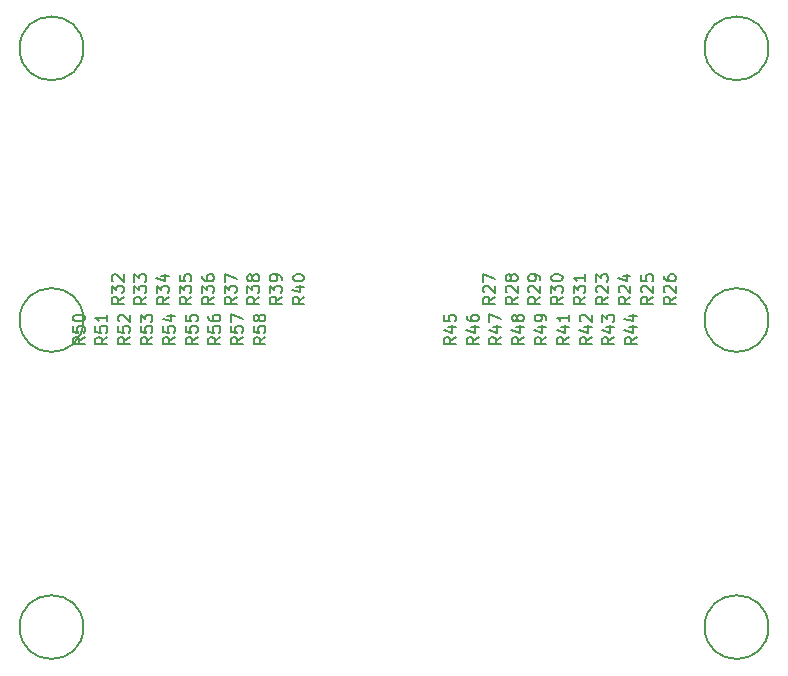
<source format=gbr>
%TF.GenerationSoftware,KiCad,Pcbnew,(6.0.5-0)*%
%TF.CreationDate,2023-01-22T17:25:31-06:00*%
%TF.ProjectId,piscsi,70697363-7369-42e6-9b69-6361645f7063,rev?*%
%TF.SameCoordinates,PX59d60c0PY325aa00*%
%TF.FileFunction,Other,Comment*%
%FSLAX46Y46*%
G04 Gerber Fmt 4.6, Leading zero omitted, Abs format (unit mm)*
G04 Created by KiCad (PCBNEW (6.0.5-0)) date 2023-01-22 17:25:31*
%MOMM*%
%LPD*%
G01*
G04 APERTURE LIST*
%ADD10C,0.150000*%
G04 APERTURE END LIST*
D10*
%TO.C,R31*%
X128992380Y-14242857D02*
X128516190Y-14576190D01*
X128992380Y-14814285D02*
X127992380Y-14814285D01*
X127992380Y-14433333D01*
X128040000Y-14338095D01*
X128087619Y-14290476D01*
X128182857Y-14242857D01*
X128325714Y-14242857D01*
X128420952Y-14290476D01*
X128468571Y-14338095D01*
X128516190Y-14433333D01*
X128516190Y-14814285D01*
X127992380Y-13909523D02*
X127992380Y-13290476D01*
X128373333Y-13623809D01*
X128373333Y-13480952D01*
X128420952Y-13385714D01*
X128468571Y-13338095D01*
X128563809Y-13290476D01*
X128801904Y-13290476D01*
X128897142Y-13338095D01*
X128944761Y-13385714D01*
X128992380Y-13480952D01*
X128992380Y-13766666D01*
X128944761Y-13861904D01*
X128897142Y-13909523D01*
X128992380Y-12338095D02*
X128992380Y-12909523D01*
X128992380Y-12623809D02*
X127992380Y-12623809D01*
X128135238Y-12719047D01*
X128230476Y-12814285D01*
X128278095Y-12909523D01*
%TO.C,R23*%
X130904880Y-14242857D02*
X130428690Y-14576190D01*
X130904880Y-14814285D02*
X129904880Y-14814285D01*
X129904880Y-14433333D01*
X129952500Y-14338095D01*
X130000119Y-14290476D01*
X130095357Y-14242857D01*
X130238214Y-14242857D01*
X130333452Y-14290476D01*
X130381071Y-14338095D01*
X130428690Y-14433333D01*
X130428690Y-14814285D01*
X130000119Y-13861904D02*
X129952500Y-13814285D01*
X129904880Y-13719047D01*
X129904880Y-13480952D01*
X129952500Y-13385714D01*
X130000119Y-13338095D01*
X130095357Y-13290476D01*
X130190595Y-13290476D01*
X130333452Y-13338095D01*
X130904880Y-13909523D01*
X130904880Y-13290476D01*
X129904880Y-12957142D02*
X129904880Y-12338095D01*
X130285833Y-12671428D01*
X130285833Y-12528571D01*
X130333452Y-12433333D01*
X130381071Y-12385714D01*
X130476309Y-12338095D01*
X130714404Y-12338095D01*
X130809642Y-12385714D01*
X130857261Y-12433333D01*
X130904880Y-12528571D01*
X130904880Y-12814285D01*
X130857261Y-12909523D01*
X130809642Y-12957142D01*
%TO.C,R24*%
X132817380Y-14242857D02*
X132341190Y-14576190D01*
X132817380Y-14814285D02*
X131817380Y-14814285D01*
X131817380Y-14433333D01*
X131865000Y-14338095D01*
X131912619Y-14290476D01*
X132007857Y-14242857D01*
X132150714Y-14242857D01*
X132245952Y-14290476D01*
X132293571Y-14338095D01*
X132341190Y-14433333D01*
X132341190Y-14814285D01*
X131912619Y-13861904D02*
X131865000Y-13814285D01*
X131817380Y-13719047D01*
X131817380Y-13480952D01*
X131865000Y-13385714D01*
X131912619Y-13338095D01*
X132007857Y-13290476D01*
X132103095Y-13290476D01*
X132245952Y-13338095D01*
X132817380Y-13909523D01*
X132817380Y-13290476D01*
X132150714Y-12433333D02*
X132817380Y-12433333D01*
X131769761Y-12671428D02*
X132484047Y-12909523D01*
X132484047Y-12290476D01*
%TO.C,R25*%
X134729880Y-14242857D02*
X134253690Y-14576190D01*
X134729880Y-14814285D02*
X133729880Y-14814285D01*
X133729880Y-14433333D01*
X133777500Y-14338095D01*
X133825119Y-14290476D01*
X133920357Y-14242857D01*
X134063214Y-14242857D01*
X134158452Y-14290476D01*
X134206071Y-14338095D01*
X134253690Y-14433333D01*
X134253690Y-14814285D01*
X133825119Y-13861904D02*
X133777500Y-13814285D01*
X133729880Y-13719047D01*
X133729880Y-13480952D01*
X133777500Y-13385714D01*
X133825119Y-13338095D01*
X133920357Y-13290476D01*
X134015595Y-13290476D01*
X134158452Y-13338095D01*
X134729880Y-13909523D01*
X134729880Y-13290476D01*
X133729880Y-12385714D02*
X133729880Y-12861904D01*
X134206071Y-12909523D01*
X134158452Y-12861904D01*
X134110833Y-12766666D01*
X134110833Y-12528571D01*
X134158452Y-12433333D01*
X134206071Y-12385714D01*
X134301309Y-12338095D01*
X134539404Y-12338095D01*
X134634642Y-12385714D01*
X134682261Y-12433333D01*
X134729880Y-12528571D01*
X134729880Y-12766666D01*
X134682261Y-12861904D01*
X134634642Y-12909523D01*
%TO.C,R26*%
X136642380Y-14242857D02*
X136166190Y-14576190D01*
X136642380Y-14814285D02*
X135642380Y-14814285D01*
X135642380Y-14433333D01*
X135690000Y-14338095D01*
X135737619Y-14290476D01*
X135832857Y-14242857D01*
X135975714Y-14242857D01*
X136070952Y-14290476D01*
X136118571Y-14338095D01*
X136166190Y-14433333D01*
X136166190Y-14814285D01*
X135737619Y-13861904D02*
X135690000Y-13814285D01*
X135642380Y-13719047D01*
X135642380Y-13480952D01*
X135690000Y-13385714D01*
X135737619Y-13338095D01*
X135832857Y-13290476D01*
X135928095Y-13290476D01*
X136070952Y-13338095D01*
X136642380Y-13909523D01*
X136642380Y-13290476D01*
X135642380Y-12433333D02*
X135642380Y-12623809D01*
X135690000Y-12719047D01*
X135737619Y-12766666D01*
X135880476Y-12861904D01*
X136070952Y-12909523D01*
X136451904Y-12909523D01*
X136547142Y-12861904D01*
X136594761Y-12814285D01*
X136642380Y-12719047D01*
X136642380Y-12528571D01*
X136594761Y-12433333D01*
X136547142Y-12385714D01*
X136451904Y-12338095D01*
X136213809Y-12338095D01*
X136118571Y-12385714D01*
X136070952Y-12433333D01*
X136023333Y-12528571D01*
X136023333Y-12719047D01*
X136070952Y-12814285D01*
X136118571Y-12861904D01*
X136213809Y-12909523D01*
%TO.C,R27*%
X121342380Y-14242857D02*
X120866190Y-14576190D01*
X121342380Y-14814285D02*
X120342380Y-14814285D01*
X120342380Y-14433333D01*
X120390000Y-14338095D01*
X120437619Y-14290476D01*
X120532857Y-14242857D01*
X120675714Y-14242857D01*
X120770952Y-14290476D01*
X120818571Y-14338095D01*
X120866190Y-14433333D01*
X120866190Y-14814285D01*
X120437619Y-13861904D02*
X120390000Y-13814285D01*
X120342380Y-13719047D01*
X120342380Y-13480952D01*
X120390000Y-13385714D01*
X120437619Y-13338095D01*
X120532857Y-13290476D01*
X120628095Y-13290476D01*
X120770952Y-13338095D01*
X121342380Y-13909523D01*
X121342380Y-13290476D01*
X120342380Y-12957142D02*
X120342380Y-12290476D01*
X121342380Y-12719047D01*
%TO.C,R28*%
X123254880Y-14242857D02*
X122778690Y-14576190D01*
X123254880Y-14814285D02*
X122254880Y-14814285D01*
X122254880Y-14433333D01*
X122302500Y-14338095D01*
X122350119Y-14290476D01*
X122445357Y-14242857D01*
X122588214Y-14242857D01*
X122683452Y-14290476D01*
X122731071Y-14338095D01*
X122778690Y-14433333D01*
X122778690Y-14814285D01*
X122350119Y-13861904D02*
X122302500Y-13814285D01*
X122254880Y-13719047D01*
X122254880Y-13480952D01*
X122302500Y-13385714D01*
X122350119Y-13338095D01*
X122445357Y-13290476D01*
X122540595Y-13290476D01*
X122683452Y-13338095D01*
X123254880Y-13909523D01*
X123254880Y-13290476D01*
X122683452Y-12719047D02*
X122635833Y-12814285D01*
X122588214Y-12861904D01*
X122492976Y-12909523D01*
X122445357Y-12909523D01*
X122350119Y-12861904D01*
X122302500Y-12814285D01*
X122254880Y-12719047D01*
X122254880Y-12528571D01*
X122302500Y-12433333D01*
X122350119Y-12385714D01*
X122445357Y-12338095D01*
X122492976Y-12338095D01*
X122588214Y-12385714D01*
X122635833Y-12433333D01*
X122683452Y-12528571D01*
X122683452Y-12719047D01*
X122731071Y-12814285D01*
X122778690Y-12861904D01*
X122873928Y-12909523D01*
X123064404Y-12909523D01*
X123159642Y-12861904D01*
X123207261Y-12814285D01*
X123254880Y-12719047D01*
X123254880Y-12528571D01*
X123207261Y-12433333D01*
X123159642Y-12385714D01*
X123064404Y-12338095D01*
X122873928Y-12338095D01*
X122778690Y-12385714D01*
X122731071Y-12433333D01*
X122683452Y-12528571D01*
%TO.C,R29*%
X125167380Y-14242857D02*
X124691190Y-14576190D01*
X125167380Y-14814285D02*
X124167380Y-14814285D01*
X124167380Y-14433333D01*
X124215000Y-14338095D01*
X124262619Y-14290476D01*
X124357857Y-14242857D01*
X124500714Y-14242857D01*
X124595952Y-14290476D01*
X124643571Y-14338095D01*
X124691190Y-14433333D01*
X124691190Y-14814285D01*
X124262619Y-13861904D02*
X124215000Y-13814285D01*
X124167380Y-13719047D01*
X124167380Y-13480952D01*
X124215000Y-13385714D01*
X124262619Y-13338095D01*
X124357857Y-13290476D01*
X124453095Y-13290476D01*
X124595952Y-13338095D01*
X125167380Y-13909523D01*
X125167380Y-13290476D01*
X125167380Y-12814285D02*
X125167380Y-12623809D01*
X125119761Y-12528571D01*
X125072142Y-12480952D01*
X124929285Y-12385714D01*
X124738809Y-12338095D01*
X124357857Y-12338095D01*
X124262619Y-12385714D01*
X124215000Y-12433333D01*
X124167380Y-12528571D01*
X124167380Y-12719047D01*
X124215000Y-12814285D01*
X124262619Y-12861904D01*
X124357857Y-12909523D01*
X124595952Y-12909523D01*
X124691190Y-12861904D01*
X124738809Y-12814285D01*
X124786428Y-12719047D01*
X124786428Y-12528571D01*
X124738809Y-12433333D01*
X124691190Y-12385714D01*
X124595952Y-12338095D01*
%TO.C,R30*%
X127079880Y-14242857D02*
X126603690Y-14576190D01*
X127079880Y-14814285D02*
X126079880Y-14814285D01*
X126079880Y-14433333D01*
X126127500Y-14338095D01*
X126175119Y-14290476D01*
X126270357Y-14242857D01*
X126413214Y-14242857D01*
X126508452Y-14290476D01*
X126556071Y-14338095D01*
X126603690Y-14433333D01*
X126603690Y-14814285D01*
X126079880Y-13909523D02*
X126079880Y-13290476D01*
X126460833Y-13623809D01*
X126460833Y-13480952D01*
X126508452Y-13385714D01*
X126556071Y-13338095D01*
X126651309Y-13290476D01*
X126889404Y-13290476D01*
X126984642Y-13338095D01*
X127032261Y-13385714D01*
X127079880Y-13480952D01*
X127079880Y-13766666D01*
X127032261Y-13861904D01*
X126984642Y-13909523D01*
X126079880Y-12671428D02*
X126079880Y-12576190D01*
X126127500Y-12480952D01*
X126175119Y-12433333D01*
X126270357Y-12385714D01*
X126460833Y-12338095D01*
X126698928Y-12338095D01*
X126889404Y-12385714D01*
X126984642Y-12433333D01*
X127032261Y-12480952D01*
X127079880Y-12576190D01*
X127079880Y-12671428D01*
X127032261Y-12766666D01*
X126984642Y-12814285D01*
X126889404Y-12861904D01*
X126698928Y-12909523D01*
X126460833Y-12909523D01*
X126270357Y-12861904D01*
X126175119Y-12814285D01*
X126127500Y-12766666D01*
X126079880Y-12671428D01*
%TO.C,R34*%
X93727380Y-14242857D02*
X93251190Y-14576190D01*
X93727380Y-14814285D02*
X92727380Y-14814285D01*
X92727380Y-14433333D01*
X92775000Y-14338095D01*
X92822619Y-14290476D01*
X92917857Y-14242857D01*
X93060714Y-14242857D01*
X93155952Y-14290476D01*
X93203571Y-14338095D01*
X93251190Y-14433333D01*
X93251190Y-14814285D01*
X92727380Y-13909523D02*
X92727380Y-13290476D01*
X93108333Y-13623809D01*
X93108333Y-13480952D01*
X93155952Y-13385714D01*
X93203571Y-13338095D01*
X93298809Y-13290476D01*
X93536904Y-13290476D01*
X93632142Y-13338095D01*
X93679761Y-13385714D01*
X93727380Y-13480952D01*
X93727380Y-13766666D01*
X93679761Y-13861904D01*
X93632142Y-13909523D01*
X93060714Y-12433333D02*
X93727380Y-12433333D01*
X92679761Y-12671428D02*
X93394047Y-12909523D01*
X93394047Y-12290476D01*
%TO.C,R35*%
X95639880Y-14242857D02*
X95163690Y-14576190D01*
X95639880Y-14814285D02*
X94639880Y-14814285D01*
X94639880Y-14433333D01*
X94687500Y-14338095D01*
X94735119Y-14290476D01*
X94830357Y-14242857D01*
X94973214Y-14242857D01*
X95068452Y-14290476D01*
X95116071Y-14338095D01*
X95163690Y-14433333D01*
X95163690Y-14814285D01*
X94639880Y-13909523D02*
X94639880Y-13290476D01*
X95020833Y-13623809D01*
X95020833Y-13480952D01*
X95068452Y-13385714D01*
X95116071Y-13338095D01*
X95211309Y-13290476D01*
X95449404Y-13290476D01*
X95544642Y-13338095D01*
X95592261Y-13385714D01*
X95639880Y-13480952D01*
X95639880Y-13766666D01*
X95592261Y-13861904D01*
X95544642Y-13909523D01*
X94639880Y-12385714D02*
X94639880Y-12861904D01*
X95116071Y-12909523D01*
X95068452Y-12861904D01*
X95020833Y-12766666D01*
X95020833Y-12528571D01*
X95068452Y-12433333D01*
X95116071Y-12385714D01*
X95211309Y-12338095D01*
X95449404Y-12338095D01*
X95544642Y-12385714D01*
X95592261Y-12433333D01*
X95639880Y-12528571D01*
X95639880Y-12766666D01*
X95592261Y-12861904D01*
X95544642Y-12909523D01*
%TO.C,R36*%
X97552380Y-14242857D02*
X97076190Y-14576190D01*
X97552380Y-14814285D02*
X96552380Y-14814285D01*
X96552380Y-14433333D01*
X96600000Y-14338095D01*
X96647619Y-14290476D01*
X96742857Y-14242857D01*
X96885714Y-14242857D01*
X96980952Y-14290476D01*
X97028571Y-14338095D01*
X97076190Y-14433333D01*
X97076190Y-14814285D01*
X96552380Y-13909523D02*
X96552380Y-13290476D01*
X96933333Y-13623809D01*
X96933333Y-13480952D01*
X96980952Y-13385714D01*
X97028571Y-13338095D01*
X97123809Y-13290476D01*
X97361904Y-13290476D01*
X97457142Y-13338095D01*
X97504761Y-13385714D01*
X97552380Y-13480952D01*
X97552380Y-13766666D01*
X97504761Y-13861904D01*
X97457142Y-13909523D01*
X96552380Y-12433333D02*
X96552380Y-12623809D01*
X96600000Y-12719047D01*
X96647619Y-12766666D01*
X96790476Y-12861904D01*
X96980952Y-12909523D01*
X97361904Y-12909523D01*
X97457142Y-12861904D01*
X97504761Y-12814285D01*
X97552380Y-12719047D01*
X97552380Y-12528571D01*
X97504761Y-12433333D01*
X97457142Y-12385714D01*
X97361904Y-12338095D01*
X97123809Y-12338095D01*
X97028571Y-12385714D01*
X96980952Y-12433333D01*
X96933333Y-12528571D01*
X96933333Y-12719047D01*
X96980952Y-12814285D01*
X97028571Y-12861904D01*
X97123809Y-12909523D01*
%TO.C,R37*%
X99464880Y-14242857D02*
X98988690Y-14576190D01*
X99464880Y-14814285D02*
X98464880Y-14814285D01*
X98464880Y-14433333D01*
X98512500Y-14338095D01*
X98560119Y-14290476D01*
X98655357Y-14242857D01*
X98798214Y-14242857D01*
X98893452Y-14290476D01*
X98941071Y-14338095D01*
X98988690Y-14433333D01*
X98988690Y-14814285D01*
X98464880Y-13909523D02*
X98464880Y-13290476D01*
X98845833Y-13623809D01*
X98845833Y-13480952D01*
X98893452Y-13385714D01*
X98941071Y-13338095D01*
X99036309Y-13290476D01*
X99274404Y-13290476D01*
X99369642Y-13338095D01*
X99417261Y-13385714D01*
X99464880Y-13480952D01*
X99464880Y-13766666D01*
X99417261Y-13861904D01*
X99369642Y-13909523D01*
X98464880Y-12957142D02*
X98464880Y-12290476D01*
X99464880Y-12719047D01*
%TO.C,R38*%
X101377380Y-14242857D02*
X100901190Y-14576190D01*
X101377380Y-14814285D02*
X100377380Y-14814285D01*
X100377380Y-14433333D01*
X100425000Y-14338095D01*
X100472619Y-14290476D01*
X100567857Y-14242857D01*
X100710714Y-14242857D01*
X100805952Y-14290476D01*
X100853571Y-14338095D01*
X100901190Y-14433333D01*
X100901190Y-14814285D01*
X100377380Y-13909523D02*
X100377380Y-13290476D01*
X100758333Y-13623809D01*
X100758333Y-13480952D01*
X100805952Y-13385714D01*
X100853571Y-13338095D01*
X100948809Y-13290476D01*
X101186904Y-13290476D01*
X101282142Y-13338095D01*
X101329761Y-13385714D01*
X101377380Y-13480952D01*
X101377380Y-13766666D01*
X101329761Y-13861904D01*
X101282142Y-13909523D01*
X100805952Y-12719047D02*
X100758333Y-12814285D01*
X100710714Y-12861904D01*
X100615476Y-12909523D01*
X100567857Y-12909523D01*
X100472619Y-12861904D01*
X100425000Y-12814285D01*
X100377380Y-12719047D01*
X100377380Y-12528571D01*
X100425000Y-12433333D01*
X100472619Y-12385714D01*
X100567857Y-12338095D01*
X100615476Y-12338095D01*
X100710714Y-12385714D01*
X100758333Y-12433333D01*
X100805952Y-12528571D01*
X100805952Y-12719047D01*
X100853571Y-12814285D01*
X100901190Y-12861904D01*
X100996428Y-12909523D01*
X101186904Y-12909523D01*
X101282142Y-12861904D01*
X101329761Y-12814285D01*
X101377380Y-12719047D01*
X101377380Y-12528571D01*
X101329761Y-12433333D01*
X101282142Y-12385714D01*
X101186904Y-12338095D01*
X100996428Y-12338095D01*
X100901190Y-12385714D01*
X100853571Y-12433333D01*
X100805952Y-12528571D01*
%TO.C,R39*%
X103289880Y-14242857D02*
X102813690Y-14576190D01*
X103289880Y-14814285D02*
X102289880Y-14814285D01*
X102289880Y-14433333D01*
X102337500Y-14338095D01*
X102385119Y-14290476D01*
X102480357Y-14242857D01*
X102623214Y-14242857D01*
X102718452Y-14290476D01*
X102766071Y-14338095D01*
X102813690Y-14433333D01*
X102813690Y-14814285D01*
X102289880Y-13909523D02*
X102289880Y-13290476D01*
X102670833Y-13623809D01*
X102670833Y-13480952D01*
X102718452Y-13385714D01*
X102766071Y-13338095D01*
X102861309Y-13290476D01*
X103099404Y-13290476D01*
X103194642Y-13338095D01*
X103242261Y-13385714D01*
X103289880Y-13480952D01*
X103289880Y-13766666D01*
X103242261Y-13861904D01*
X103194642Y-13909523D01*
X103289880Y-12814285D02*
X103289880Y-12623809D01*
X103242261Y-12528571D01*
X103194642Y-12480952D01*
X103051785Y-12385714D01*
X102861309Y-12338095D01*
X102480357Y-12338095D01*
X102385119Y-12385714D01*
X102337500Y-12433333D01*
X102289880Y-12528571D01*
X102289880Y-12719047D01*
X102337500Y-12814285D01*
X102385119Y-12861904D01*
X102480357Y-12909523D01*
X102718452Y-12909523D01*
X102813690Y-12861904D01*
X102861309Y-12814285D01*
X102908928Y-12719047D01*
X102908928Y-12528571D01*
X102861309Y-12433333D01*
X102813690Y-12385714D01*
X102718452Y-12338095D01*
%TO.C,R40*%
X105202380Y-14242857D02*
X104726190Y-14576190D01*
X105202380Y-14814285D02*
X104202380Y-14814285D01*
X104202380Y-14433333D01*
X104250000Y-14338095D01*
X104297619Y-14290476D01*
X104392857Y-14242857D01*
X104535714Y-14242857D01*
X104630952Y-14290476D01*
X104678571Y-14338095D01*
X104726190Y-14433333D01*
X104726190Y-14814285D01*
X104535714Y-13385714D02*
X105202380Y-13385714D01*
X104154761Y-13623809D02*
X104869047Y-13861904D01*
X104869047Y-13242857D01*
X104202380Y-12671428D02*
X104202380Y-12576190D01*
X104250000Y-12480952D01*
X104297619Y-12433333D01*
X104392857Y-12385714D01*
X104583333Y-12338095D01*
X104821428Y-12338095D01*
X105011904Y-12385714D01*
X105107142Y-12433333D01*
X105154761Y-12480952D01*
X105202380Y-12576190D01*
X105202380Y-12671428D01*
X105154761Y-12766666D01*
X105107142Y-12814285D01*
X105011904Y-12861904D01*
X104821428Y-12909523D01*
X104583333Y-12909523D01*
X104392857Y-12861904D01*
X104297619Y-12814285D01*
X104250000Y-12766666D01*
X104202380Y-12671428D01*
%TO.C,R41*%
X127604880Y-17642857D02*
X127128690Y-17976190D01*
X127604880Y-18214285D02*
X126604880Y-18214285D01*
X126604880Y-17833333D01*
X126652500Y-17738095D01*
X126700119Y-17690476D01*
X126795357Y-17642857D01*
X126938214Y-17642857D01*
X127033452Y-17690476D01*
X127081071Y-17738095D01*
X127128690Y-17833333D01*
X127128690Y-18214285D01*
X126938214Y-16785714D02*
X127604880Y-16785714D01*
X126557261Y-17023809D02*
X127271547Y-17261904D01*
X127271547Y-16642857D01*
X127604880Y-15738095D02*
X127604880Y-16309523D01*
X127604880Y-16023809D02*
X126604880Y-16023809D01*
X126747738Y-16119047D01*
X126842976Y-16214285D01*
X126890595Y-16309523D01*
%TO.C,R42*%
X129517380Y-17642857D02*
X129041190Y-17976190D01*
X129517380Y-18214285D02*
X128517380Y-18214285D01*
X128517380Y-17833333D01*
X128565000Y-17738095D01*
X128612619Y-17690476D01*
X128707857Y-17642857D01*
X128850714Y-17642857D01*
X128945952Y-17690476D01*
X128993571Y-17738095D01*
X129041190Y-17833333D01*
X129041190Y-18214285D01*
X128850714Y-16785714D02*
X129517380Y-16785714D01*
X128469761Y-17023809D02*
X129184047Y-17261904D01*
X129184047Y-16642857D01*
X128612619Y-16309523D02*
X128565000Y-16261904D01*
X128517380Y-16166666D01*
X128517380Y-15928571D01*
X128565000Y-15833333D01*
X128612619Y-15785714D01*
X128707857Y-15738095D01*
X128803095Y-15738095D01*
X128945952Y-15785714D01*
X129517380Y-16357142D01*
X129517380Y-15738095D01*
%TO.C,R43*%
X131429880Y-17642857D02*
X130953690Y-17976190D01*
X131429880Y-18214285D02*
X130429880Y-18214285D01*
X130429880Y-17833333D01*
X130477500Y-17738095D01*
X130525119Y-17690476D01*
X130620357Y-17642857D01*
X130763214Y-17642857D01*
X130858452Y-17690476D01*
X130906071Y-17738095D01*
X130953690Y-17833333D01*
X130953690Y-18214285D01*
X130763214Y-16785714D02*
X131429880Y-16785714D01*
X130382261Y-17023809D02*
X131096547Y-17261904D01*
X131096547Y-16642857D01*
X130429880Y-16357142D02*
X130429880Y-15738095D01*
X130810833Y-16071428D01*
X130810833Y-15928571D01*
X130858452Y-15833333D01*
X130906071Y-15785714D01*
X131001309Y-15738095D01*
X131239404Y-15738095D01*
X131334642Y-15785714D01*
X131382261Y-15833333D01*
X131429880Y-15928571D01*
X131429880Y-16214285D01*
X131382261Y-16309523D01*
X131334642Y-16357142D01*
%TO.C,R44*%
X133342380Y-17642857D02*
X132866190Y-17976190D01*
X133342380Y-18214285D02*
X132342380Y-18214285D01*
X132342380Y-17833333D01*
X132390000Y-17738095D01*
X132437619Y-17690476D01*
X132532857Y-17642857D01*
X132675714Y-17642857D01*
X132770952Y-17690476D01*
X132818571Y-17738095D01*
X132866190Y-17833333D01*
X132866190Y-18214285D01*
X132675714Y-16785714D02*
X133342380Y-16785714D01*
X132294761Y-17023809D02*
X133009047Y-17261904D01*
X133009047Y-16642857D01*
X132675714Y-15833333D02*
X133342380Y-15833333D01*
X132294761Y-16071428D02*
X133009047Y-16309523D01*
X133009047Y-15690476D01*
%TO.C,R45*%
X118042380Y-17642857D02*
X117566190Y-17976190D01*
X118042380Y-18214285D02*
X117042380Y-18214285D01*
X117042380Y-17833333D01*
X117090000Y-17738095D01*
X117137619Y-17690476D01*
X117232857Y-17642857D01*
X117375714Y-17642857D01*
X117470952Y-17690476D01*
X117518571Y-17738095D01*
X117566190Y-17833333D01*
X117566190Y-18214285D01*
X117375714Y-16785714D02*
X118042380Y-16785714D01*
X116994761Y-17023809D02*
X117709047Y-17261904D01*
X117709047Y-16642857D01*
X117042380Y-15785714D02*
X117042380Y-16261904D01*
X117518571Y-16309523D01*
X117470952Y-16261904D01*
X117423333Y-16166666D01*
X117423333Y-15928571D01*
X117470952Y-15833333D01*
X117518571Y-15785714D01*
X117613809Y-15738095D01*
X117851904Y-15738095D01*
X117947142Y-15785714D01*
X117994761Y-15833333D01*
X118042380Y-15928571D01*
X118042380Y-16166666D01*
X117994761Y-16261904D01*
X117947142Y-16309523D01*
%TO.C,R46*%
X119954880Y-17642857D02*
X119478690Y-17976190D01*
X119954880Y-18214285D02*
X118954880Y-18214285D01*
X118954880Y-17833333D01*
X119002500Y-17738095D01*
X119050119Y-17690476D01*
X119145357Y-17642857D01*
X119288214Y-17642857D01*
X119383452Y-17690476D01*
X119431071Y-17738095D01*
X119478690Y-17833333D01*
X119478690Y-18214285D01*
X119288214Y-16785714D02*
X119954880Y-16785714D01*
X118907261Y-17023809D02*
X119621547Y-17261904D01*
X119621547Y-16642857D01*
X118954880Y-15833333D02*
X118954880Y-16023809D01*
X119002500Y-16119047D01*
X119050119Y-16166666D01*
X119192976Y-16261904D01*
X119383452Y-16309523D01*
X119764404Y-16309523D01*
X119859642Y-16261904D01*
X119907261Y-16214285D01*
X119954880Y-16119047D01*
X119954880Y-15928571D01*
X119907261Y-15833333D01*
X119859642Y-15785714D01*
X119764404Y-15738095D01*
X119526309Y-15738095D01*
X119431071Y-15785714D01*
X119383452Y-15833333D01*
X119335833Y-15928571D01*
X119335833Y-16119047D01*
X119383452Y-16214285D01*
X119431071Y-16261904D01*
X119526309Y-16309523D01*
%TO.C,R47*%
X121867380Y-17642857D02*
X121391190Y-17976190D01*
X121867380Y-18214285D02*
X120867380Y-18214285D01*
X120867380Y-17833333D01*
X120915000Y-17738095D01*
X120962619Y-17690476D01*
X121057857Y-17642857D01*
X121200714Y-17642857D01*
X121295952Y-17690476D01*
X121343571Y-17738095D01*
X121391190Y-17833333D01*
X121391190Y-18214285D01*
X121200714Y-16785714D02*
X121867380Y-16785714D01*
X120819761Y-17023809D02*
X121534047Y-17261904D01*
X121534047Y-16642857D01*
X120867380Y-16357142D02*
X120867380Y-15690476D01*
X121867380Y-16119047D01*
%TO.C,R48*%
X123779880Y-17642857D02*
X123303690Y-17976190D01*
X123779880Y-18214285D02*
X122779880Y-18214285D01*
X122779880Y-17833333D01*
X122827500Y-17738095D01*
X122875119Y-17690476D01*
X122970357Y-17642857D01*
X123113214Y-17642857D01*
X123208452Y-17690476D01*
X123256071Y-17738095D01*
X123303690Y-17833333D01*
X123303690Y-18214285D01*
X123113214Y-16785714D02*
X123779880Y-16785714D01*
X122732261Y-17023809D02*
X123446547Y-17261904D01*
X123446547Y-16642857D01*
X123208452Y-16119047D02*
X123160833Y-16214285D01*
X123113214Y-16261904D01*
X123017976Y-16309523D01*
X122970357Y-16309523D01*
X122875119Y-16261904D01*
X122827500Y-16214285D01*
X122779880Y-16119047D01*
X122779880Y-15928571D01*
X122827500Y-15833333D01*
X122875119Y-15785714D01*
X122970357Y-15738095D01*
X123017976Y-15738095D01*
X123113214Y-15785714D01*
X123160833Y-15833333D01*
X123208452Y-15928571D01*
X123208452Y-16119047D01*
X123256071Y-16214285D01*
X123303690Y-16261904D01*
X123398928Y-16309523D01*
X123589404Y-16309523D01*
X123684642Y-16261904D01*
X123732261Y-16214285D01*
X123779880Y-16119047D01*
X123779880Y-15928571D01*
X123732261Y-15833333D01*
X123684642Y-15785714D01*
X123589404Y-15738095D01*
X123398928Y-15738095D01*
X123303690Y-15785714D01*
X123256071Y-15833333D01*
X123208452Y-15928571D01*
%TO.C,R49*%
X125692380Y-17642857D02*
X125216190Y-17976190D01*
X125692380Y-18214285D02*
X124692380Y-18214285D01*
X124692380Y-17833333D01*
X124740000Y-17738095D01*
X124787619Y-17690476D01*
X124882857Y-17642857D01*
X125025714Y-17642857D01*
X125120952Y-17690476D01*
X125168571Y-17738095D01*
X125216190Y-17833333D01*
X125216190Y-18214285D01*
X125025714Y-16785714D02*
X125692380Y-16785714D01*
X124644761Y-17023809D02*
X125359047Y-17261904D01*
X125359047Y-16642857D01*
X125692380Y-16214285D02*
X125692380Y-16023809D01*
X125644761Y-15928571D01*
X125597142Y-15880952D01*
X125454285Y-15785714D01*
X125263809Y-15738095D01*
X124882857Y-15738095D01*
X124787619Y-15785714D01*
X124740000Y-15833333D01*
X124692380Y-15928571D01*
X124692380Y-16119047D01*
X124740000Y-16214285D01*
X124787619Y-16261904D01*
X124882857Y-16309523D01*
X125120952Y-16309523D01*
X125216190Y-16261904D01*
X125263809Y-16214285D01*
X125311428Y-16119047D01*
X125311428Y-15928571D01*
X125263809Y-15833333D01*
X125216190Y-15785714D01*
X125120952Y-15738095D01*
%TO.C,R50*%
X86602380Y-17642857D02*
X86126190Y-17976190D01*
X86602380Y-18214285D02*
X85602380Y-18214285D01*
X85602380Y-17833333D01*
X85650000Y-17738095D01*
X85697619Y-17690476D01*
X85792857Y-17642857D01*
X85935714Y-17642857D01*
X86030952Y-17690476D01*
X86078571Y-17738095D01*
X86126190Y-17833333D01*
X86126190Y-18214285D01*
X85602380Y-16738095D02*
X85602380Y-17214285D01*
X86078571Y-17261904D01*
X86030952Y-17214285D01*
X85983333Y-17119047D01*
X85983333Y-16880952D01*
X86030952Y-16785714D01*
X86078571Y-16738095D01*
X86173809Y-16690476D01*
X86411904Y-16690476D01*
X86507142Y-16738095D01*
X86554761Y-16785714D01*
X86602380Y-16880952D01*
X86602380Y-17119047D01*
X86554761Y-17214285D01*
X86507142Y-17261904D01*
X85602380Y-16071428D02*
X85602380Y-15976190D01*
X85650000Y-15880952D01*
X85697619Y-15833333D01*
X85792857Y-15785714D01*
X85983333Y-15738095D01*
X86221428Y-15738095D01*
X86411904Y-15785714D01*
X86507142Y-15833333D01*
X86554761Y-15880952D01*
X86602380Y-15976190D01*
X86602380Y-16071428D01*
X86554761Y-16166666D01*
X86507142Y-16214285D01*
X86411904Y-16261904D01*
X86221428Y-16309523D01*
X85983333Y-16309523D01*
X85792857Y-16261904D01*
X85697619Y-16214285D01*
X85650000Y-16166666D01*
X85602380Y-16071428D01*
%TO.C,R51*%
X88514880Y-17642857D02*
X88038690Y-17976190D01*
X88514880Y-18214285D02*
X87514880Y-18214285D01*
X87514880Y-17833333D01*
X87562500Y-17738095D01*
X87610119Y-17690476D01*
X87705357Y-17642857D01*
X87848214Y-17642857D01*
X87943452Y-17690476D01*
X87991071Y-17738095D01*
X88038690Y-17833333D01*
X88038690Y-18214285D01*
X87514880Y-16738095D02*
X87514880Y-17214285D01*
X87991071Y-17261904D01*
X87943452Y-17214285D01*
X87895833Y-17119047D01*
X87895833Y-16880952D01*
X87943452Y-16785714D01*
X87991071Y-16738095D01*
X88086309Y-16690476D01*
X88324404Y-16690476D01*
X88419642Y-16738095D01*
X88467261Y-16785714D01*
X88514880Y-16880952D01*
X88514880Y-17119047D01*
X88467261Y-17214285D01*
X88419642Y-17261904D01*
X88514880Y-15738095D02*
X88514880Y-16309523D01*
X88514880Y-16023809D02*
X87514880Y-16023809D01*
X87657738Y-16119047D01*
X87752976Y-16214285D01*
X87800595Y-16309523D01*
%TO.C,R52*%
X90427380Y-17642857D02*
X89951190Y-17976190D01*
X90427380Y-18214285D02*
X89427380Y-18214285D01*
X89427380Y-17833333D01*
X89475000Y-17738095D01*
X89522619Y-17690476D01*
X89617857Y-17642857D01*
X89760714Y-17642857D01*
X89855952Y-17690476D01*
X89903571Y-17738095D01*
X89951190Y-17833333D01*
X89951190Y-18214285D01*
X89427380Y-16738095D02*
X89427380Y-17214285D01*
X89903571Y-17261904D01*
X89855952Y-17214285D01*
X89808333Y-17119047D01*
X89808333Y-16880952D01*
X89855952Y-16785714D01*
X89903571Y-16738095D01*
X89998809Y-16690476D01*
X90236904Y-16690476D01*
X90332142Y-16738095D01*
X90379761Y-16785714D01*
X90427380Y-16880952D01*
X90427380Y-17119047D01*
X90379761Y-17214285D01*
X90332142Y-17261904D01*
X89522619Y-16309523D02*
X89475000Y-16261904D01*
X89427380Y-16166666D01*
X89427380Y-15928571D01*
X89475000Y-15833333D01*
X89522619Y-15785714D01*
X89617857Y-15738095D01*
X89713095Y-15738095D01*
X89855952Y-15785714D01*
X90427380Y-16357142D01*
X90427380Y-15738095D01*
%TO.C,R53*%
X92339880Y-17642857D02*
X91863690Y-17976190D01*
X92339880Y-18214285D02*
X91339880Y-18214285D01*
X91339880Y-17833333D01*
X91387500Y-17738095D01*
X91435119Y-17690476D01*
X91530357Y-17642857D01*
X91673214Y-17642857D01*
X91768452Y-17690476D01*
X91816071Y-17738095D01*
X91863690Y-17833333D01*
X91863690Y-18214285D01*
X91339880Y-16738095D02*
X91339880Y-17214285D01*
X91816071Y-17261904D01*
X91768452Y-17214285D01*
X91720833Y-17119047D01*
X91720833Y-16880952D01*
X91768452Y-16785714D01*
X91816071Y-16738095D01*
X91911309Y-16690476D01*
X92149404Y-16690476D01*
X92244642Y-16738095D01*
X92292261Y-16785714D01*
X92339880Y-16880952D01*
X92339880Y-17119047D01*
X92292261Y-17214285D01*
X92244642Y-17261904D01*
X91339880Y-16357142D02*
X91339880Y-15738095D01*
X91720833Y-16071428D01*
X91720833Y-15928571D01*
X91768452Y-15833333D01*
X91816071Y-15785714D01*
X91911309Y-15738095D01*
X92149404Y-15738095D01*
X92244642Y-15785714D01*
X92292261Y-15833333D01*
X92339880Y-15928571D01*
X92339880Y-16214285D01*
X92292261Y-16309523D01*
X92244642Y-16357142D01*
%TO.C,R54*%
X94252380Y-17642857D02*
X93776190Y-17976190D01*
X94252380Y-18214285D02*
X93252380Y-18214285D01*
X93252380Y-17833333D01*
X93300000Y-17738095D01*
X93347619Y-17690476D01*
X93442857Y-17642857D01*
X93585714Y-17642857D01*
X93680952Y-17690476D01*
X93728571Y-17738095D01*
X93776190Y-17833333D01*
X93776190Y-18214285D01*
X93252380Y-16738095D02*
X93252380Y-17214285D01*
X93728571Y-17261904D01*
X93680952Y-17214285D01*
X93633333Y-17119047D01*
X93633333Y-16880952D01*
X93680952Y-16785714D01*
X93728571Y-16738095D01*
X93823809Y-16690476D01*
X94061904Y-16690476D01*
X94157142Y-16738095D01*
X94204761Y-16785714D01*
X94252380Y-16880952D01*
X94252380Y-17119047D01*
X94204761Y-17214285D01*
X94157142Y-17261904D01*
X93585714Y-15833333D02*
X94252380Y-15833333D01*
X93204761Y-16071428D02*
X93919047Y-16309523D01*
X93919047Y-15690476D01*
%TO.C,R55*%
X96164880Y-17642857D02*
X95688690Y-17976190D01*
X96164880Y-18214285D02*
X95164880Y-18214285D01*
X95164880Y-17833333D01*
X95212500Y-17738095D01*
X95260119Y-17690476D01*
X95355357Y-17642857D01*
X95498214Y-17642857D01*
X95593452Y-17690476D01*
X95641071Y-17738095D01*
X95688690Y-17833333D01*
X95688690Y-18214285D01*
X95164880Y-16738095D02*
X95164880Y-17214285D01*
X95641071Y-17261904D01*
X95593452Y-17214285D01*
X95545833Y-17119047D01*
X95545833Y-16880952D01*
X95593452Y-16785714D01*
X95641071Y-16738095D01*
X95736309Y-16690476D01*
X95974404Y-16690476D01*
X96069642Y-16738095D01*
X96117261Y-16785714D01*
X96164880Y-16880952D01*
X96164880Y-17119047D01*
X96117261Y-17214285D01*
X96069642Y-17261904D01*
X95164880Y-15785714D02*
X95164880Y-16261904D01*
X95641071Y-16309523D01*
X95593452Y-16261904D01*
X95545833Y-16166666D01*
X95545833Y-15928571D01*
X95593452Y-15833333D01*
X95641071Y-15785714D01*
X95736309Y-15738095D01*
X95974404Y-15738095D01*
X96069642Y-15785714D01*
X96117261Y-15833333D01*
X96164880Y-15928571D01*
X96164880Y-16166666D01*
X96117261Y-16261904D01*
X96069642Y-16309523D01*
%TO.C,R56*%
X98077380Y-17642857D02*
X97601190Y-17976190D01*
X98077380Y-18214285D02*
X97077380Y-18214285D01*
X97077380Y-17833333D01*
X97125000Y-17738095D01*
X97172619Y-17690476D01*
X97267857Y-17642857D01*
X97410714Y-17642857D01*
X97505952Y-17690476D01*
X97553571Y-17738095D01*
X97601190Y-17833333D01*
X97601190Y-18214285D01*
X97077380Y-16738095D02*
X97077380Y-17214285D01*
X97553571Y-17261904D01*
X97505952Y-17214285D01*
X97458333Y-17119047D01*
X97458333Y-16880952D01*
X97505952Y-16785714D01*
X97553571Y-16738095D01*
X97648809Y-16690476D01*
X97886904Y-16690476D01*
X97982142Y-16738095D01*
X98029761Y-16785714D01*
X98077380Y-16880952D01*
X98077380Y-17119047D01*
X98029761Y-17214285D01*
X97982142Y-17261904D01*
X97077380Y-15833333D02*
X97077380Y-16023809D01*
X97125000Y-16119047D01*
X97172619Y-16166666D01*
X97315476Y-16261904D01*
X97505952Y-16309523D01*
X97886904Y-16309523D01*
X97982142Y-16261904D01*
X98029761Y-16214285D01*
X98077380Y-16119047D01*
X98077380Y-15928571D01*
X98029761Y-15833333D01*
X97982142Y-15785714D01*
X97886904Y-15738095D01*
X97648809Y-15738095D01*
X97553571Y-15785714D01*
X97505952Y-15833333D01*
X97458333Y-15928571D01*
X97458333Y-16119047D01*
X97505952Y-16214285D01*
X97553571Y-16261904D01*
X97648809Y-16309523D01*
%TO.C,R57*%
X99989880Y-17642857D02*
X99513690Y-17976190D01*
X99989880Y-18214285D02*
X98989880Y-18214285D01*
X98989880Y-17833333D01*
X99037500Y-17738095D01*
X99085119Y-17690476D01*
X99180357Y-17642857D01*
X99323214Y-17642857D01*
X99418452Y-17690476D01*
X99466071Y-17738095D01*
X99513690Y-17833333D01*
X99513690Y-18214285D01*
X98989880Y-16738095D02*
X98989880Y-17214285D01*
X99466071Y-17261904D01*
X99418452Y-17214285D01*
X99370833Y-17119047D01*
X99370833Y-16880952D01*
X99418452Y-16785714D01*
X99466071Y-16738095D01*
X99561309Y-16690476D01*
X99799404Y-16690476D01*
X99894642Y-16738095D01*
X99942261Y-16785714D01*
X99989880Y-16880952D01*
X99989880Y-17119047D01*
X99942261Y-17214285D01*
X99894642Y-17261904D01*
X98989880Y-16357142D02*
X98989880Y-15690476D01*
X99989880Y-16119047D01*
%TO.C,R58*%
X101902380Y-17642857D02*
X101426190Y-17976190D01*
X101902380Y-18214285D02*
X100902380Y-18214285D01*
X100902380Y-17833333D01*
X100950000Y-17738095D01*
X100997619Y-17690476D01*
X101092857Y-17642857D01*
X101235714Y-17642857D01*
X101330952Y-17690476D01*
X101378571Y-17738095D01*
X101426190Y-17833333D01*
X101426190Y-18214285D01*
X100902380Y-16738095D02*
X100902380Y-17214285D01*
X101378571Y-17261904D01*
X101330952Y-17214285D01*
X101283333Y-17119047D01*
X101283333Y-16880952D01*
X101330952Y-16785714D01*
X101378571Y-16738095D01*
X101473809Y-16690476D01*
X101711904Y-16690476D01*
X101807142Y-16738095D01*
X101854761Y-16785714D01*
X101902380Y-16880952D01*
X101902380Y-17119047D01*
X101854761Y-17214285D01*
X101807142Y-17261904D01*
X101330952Y-16119047D02*
X101283333Y-16214285D01*
X101235714Y-16261904D01*
X101140476Y-16309523D01*
X101092857Y-16309523D01*
X100997619Y-16261904D01*
X100950000Y-16214285D01*
X100902380Y-16119047D01*
X100902380Y-15928571D01*
X100950000Y-15833333D01*
X100997619Y-15785714D01*
X101092857Y-15738095D01*
X101140476Y-15738095D01*
X101235714Y-15785714D01*
X101283333Y-15833333D01*
X101330952Y-15928571D01*
X101330952Y-16119047D01*
X101378571Y-16214285D01*
X101426190Y-16261904D01*
X101521428Y-16309523D01*
X101711904Y-16309523D01*
X101807142Y-16261904D01*
X101854761Y-16214285D01*
X101902380Y-16119047D01*
X101902380Y-15928571D01*
X101854761Y-15833333D01*
X101807142Y-15785714D01*
X101711904Y-15738095D01*
X101521428Y-15738095D01*
X101426190Y-15785714D01*
X101378571Y-15833333D01*
X101330952Y-15928571D01*
%TO.C,R32*%
X89902380Y-14242857D02*
X89426190Y-14576190D01*
X89902380Y-14814285D02*
X88902380Y-14814285D01*
X88902380Y-14433333D01*
X88950000Y-14338095D01*
X88997619Y-14290476D01*
X89092857Y-14242857D01*
X89235714Y-14242857D01*
X89330952Y-14290476D01*
X89378571Y-14338095D01*
X89426190Y-14433333D01*
X89426190Y-14814285D01*
X88902380Y-13909523D02*
X88902380Y-13290476D01*
X89283333Y-13623809D01*
X89283333Y-13480952D01*
X89330952Y-13385714D01*
X89378571Y-13338095D01*
X89473809Y-13290476D01*
X89711904Y-13290476D01*
X89807142Y-13338095D01*
X89854761Y-13385714D01*
X89902380Y-13480952D01*
X89902380Y-13766666D01*
X89854761Y-13861904D01*
X89807142Y-13909523D01*
X88997619Y-12909523D02*
X88950000Y-12861904D01*
X88902380Y-12766666D01*
X88902380Y-12528571D01*
X88950000Y-12433333D01*
X88997619Y-12385714D01*
X89092857Y-12338095D01*
X89188095Y-12338095D01*
X89330952Y-12385714D01*
X89902380Y-12957142D01*
X89902380Y-12338095D01*
%TO.C,R33*%
X91814880Y-14242857D02*
X91338690Y-14576190D01*
X91814880Y-14814285D02*
X90814880Y-14814285D01*
X90814880Y-14433333D01*
X90862500Y-14338095D01*
X90910119Y-14290476D01*
X91005357Y-14242857D01*
X91148214Y-14242857D01*
X91243452Y-14290476D01*
X91291071Y-14338095D01*
X91338690Y-14433333D01*
X91338690Y-14814285D01*
X90814880Y-13909523D02*
X90814880Y-13290476D01*
X91195833Y-13623809D01*
X91195833Y-13480952D01*
X91243452Y-13385714D01*
X91291071Y-13338095D01*
X91386309Y-13290476D01*
X91624404Y-13290476D01*
X91719642Y-13338095D01*
X91767261Y-13385714D01*
X91814880Y-13480952D01*
X91814880Y-13766666D01*
X91767261Y-13861904D01*
X91719642Y-13909523D01*
X90814880Y-12957142D02*
X90814880Y-12338095D01*
X91195833Y-12671428D01*
X91195833Y-12528571D01*
X91243452Y-12433333D01*
X91291071Y-12385714D01*
X91386309Y-12338095D01*
X91624404Y-12338095D01*
X91719642Y-12385714D01*
X91767261Y-12433333D01*
X91814880Y-12528571D01*
X91814880Y-12814285D01*
X91767261Y-12909523D01*
X91719642Y-12957142D01*
%TO.C,H1*%
X86500000Y6800000D02*
G75*
G03*
X86500000Y6800000I-2700000J0D01*
G01*
%TO.C,H3*%
X86500000Y-16200000D02*
G75*
G03*
X86500000Y-16200000I-2700000J0D01*
G01*
%TO.C,H5*%
X86500000Y-42200000D02*
G75*
G03*
X86500000Y-42200000I-2700000J0D01*
G01*
%TO.C,H4*%
X144500000Y-16200000D02*
G75*
G03*
X144500000Y-16200000I-2700000J0D01*
G01*
%TO.C,H6*%
X144500000Y-42200000D02*
G75*
G03*
X144500000Y-42200000I-2700000J0D01*
G01*
%TO.C,H2*%
X144500000Y6800000D02*
G75*
G03*
X144500000Y6800000I-2700000J0D01*
G01*
%TD*%
M02*

</source>
